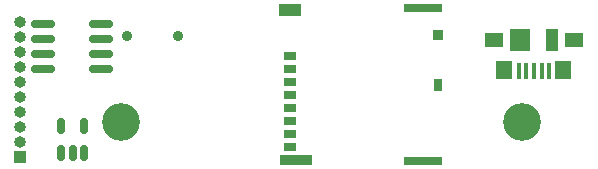
<source format=gbs>
%TF.GenerationSoftware,KiCad,Pcbnew,7.0.8*%
%TF.CreationDate,2023-12-27T11:14:04+01:00*%
%TF.ProjectId,Frost-ESP32,46726f73-742d-4455-9350-33322e6b6963,rev?*%
%TF.SameCoordinates,Original*%
%TF.FileFunction,Soldermask,Bot*%
%TF.FilePolarity,Negative*%
%FSLAX46Y46*%
G04 Gerber Fmt 4.6, Leading zero omitted, Abs format (unit mm)*
G04 Created by KiCad (PCBNEW 7.0.8) date 2023-12-27 11:14:04*
%MOMM*%
%LPD*%
G01*
G04 APERTURE LIST*
G04 Aperture macros list*
%AMRoundRect*
0 Rectangle with rounded corners*
0 $1 Rounding radius*
0 $2 $3 $4 $5 $6 $7 $8 $9 X,Y pos of 4 corners*
0 Add a 4 corners polygon primitive as box body*
4,1,4,$2,$3,$4,$5,$6,$7,$8,$9,$2,$3,0*
0 Add four circle primitives for the rounded corners*
1,1,$1+$1,$2,$3*
1,1,$1+$1,$4,$5*
1,1,$1+$1,$6,$7*
1,1,$1+$1,$8,$9*
0 Add four rect primitives between the rounded corners*
20,1,$1+$1,$2,$3,$4,$5,0*
20,1,$1+$1,$4,$5,$6,$7,0*
20,1,$1+$1,$6,$7,$8,$9,0*
20,1,$1+$1,$8,$9,$2,$3,0*%
G04 Aperture macros list end*
%ADD10C,3.200000*%
%ADD11R,1.000000X1.000000*%
%ADD12O,1.000000X1.000000*%
%ADD13C,0.900000*%
%ADD14R,1.100000X0.700000*%
%ADD15R,0.930000X0.900000*%
%ADD16R,0.780000X1.050000*%
%ADD17R,1.830000X1.140000*%
%ADD18R,2.800000X0.860000*%
%ADD19R,3.330000X0.700000*%
%ADD20RoundRect,0.150000X0.150000X-0.512500X0.150000X0.512500X-0.150000X0.512500X-0.150000X-0.512500X0*%
%ADD21R,0.450000X1.380000*%
%ADD22R,1.650000X1.300000*%
%ADD23R,1.425000X1.550000*%
%ADD24R,1.800000X1.900000*%
%ADD25R,1.000000X1.900000*%
%ADD26RoundRect,0.150000X0.825000X0.150000X-0.825000X0.150000X-0.825000X-0.150000X0.825000X-0.150000X0*%
G04 APERTURE END LIST*
D10*
%TO.C,H1*%
X104000000Y-107000000D03*
%TD*%
D11*
%TO.C,J2*%
X95500000Y-109930000D03*
D12*
X95500000Y-108660000D03*
X95500000Y-107390000D03*
X95500000Y-106120000D03*
X95500000Y-104850000D03*
X95500000Y-103580000D03*
X95500000Y-102310000D03*
X95500000Y-101040000D03*
X95500000Y-99770000D03*
X95500000Y-98500000D03*
%TD*%
D10*
%TO.C,H2*%
X138000000Y-107000000D03*
%TD*%
D13*
%TO.C,S1*%
X108825000Y-99750000D03*
X104575000Y-99750000D03*
%TD*%
D14*
%TO.C,J1*%
X118375000Y-101420000D03*
X118375000Y-102520000D03*
X118375000Y-103620000D03*
X118375000Y-104720000D03*
X118375000Y-105820000D03*
X118375000Y-106920000D03*
X118375000Y-108020000D03*
X118375000Y-109120000D03*
D15*
X130840000Y-99630000D03*
D16*
X130915000Y-103895000D03*
D17*
X118390000Y-97540000D03*
D18*
X118875000Y-110200000D03*
D19*
X129640000Y-97320000D03*
X129640000Y-110280000D03*
%TD*%
D20*
%TO.C,U2*%
X100900000Y-109637500D03*
X99950000Y-109637500D03*
X99000000Y-109637500D03*
X99000000Y-107362500D03*
X100900000Y-107362500D03*
%TD*%
D21*
%TO.C,J3*%
X137695000Y-102715000D03*
X138345000Y-102715000D03*
X138995000Y-102715000D03*
X139645000Y-102715000D03*
X140295000Y-102715000D03*
D22*
X135620000Y-100055000D03*
D23*
X136507500Y-102630000D03*
D24*
X137845000Y-100055000D03*
D25*
X140545000Y-100055000D03*
D23*
X141482500Y-102630000D03*
D22*
X142370000Y-100055000D03*
%TD*%
D26*
%TO.C,U3*%
X102375000Y-98695000D03*
X102375000Y-99965000D03*
X102375000Y-101235000D03*
X102375000Y-102505000D03*
X97425000Y-102505000D03*
X97425000Y-101235000D03*
X97425000Y-99965000D03*
X97425000Y-98695000D03*
%TD*%
M02*

</source>
